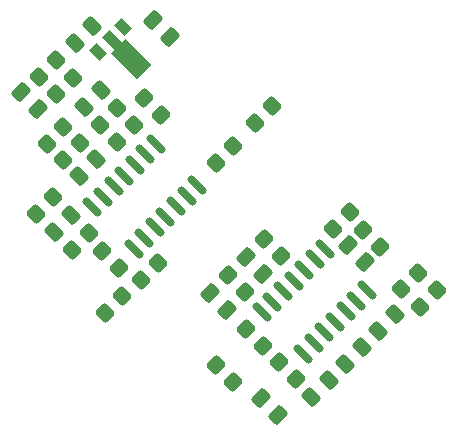
<source format=gbp>
G04 #@! TF.GenerationSoftware,KiCad,Pcbnew,(7.0.0)*
G04 #@! TF.CreationDate,2023-04-23T00:27:49-06:00*
G04 #@! TF.ProjectId,Fonocardiograma_V3A,466f6e6f-6361-4726-9469-6f6772616d61,rev?*
G04 #@! TF.SameCoordinates,Original*
G04 #@! TF.FileFunction,Paste,Bot*
G04 #@! TF.FilePolarity,Positive*
%FSLAX46Y46*%
G04 Gerber Fmt 4.6, Leading zero omitted, Abs format (unit mm)*
G04 Created by KiCad (PCBNEW (7.0.0)) date 2023-04-23 00:27:49*
%MOMM*%
%LPD*%
G01*
G04 APERTURE LIST*
G04 Aperture macros list*
%AMRoundRect*
0 Rectangle with rounded corners*
0 $1 Rounding radius*
0 $2 $3 $4 $5 $6 $7 $8 $9 X,Y pos of 4 corners*
0 Add a 4 corners polygon primitive as box body*
4,1,4,$2,$3,$4,$5,$6,$7,$8,$9,$2,$3,0*
0 Add four circle primitives for the rounded corners*
1,1,$1+$1,$2,$3*
1,1,$1+$1,$4,$5*
1,1,$1+$1,$6,$7*
1,1,$1+$1,$8,$9*
0 Add four rect primitives between the rounded corners*
20,1,$1+$1,$2,$3,$4,$5,0*
20,1,$1+$1,$4,$5,$6,$7,0*
20,1,$1+$1,$6,$7,$8,$9,0*
20,1,$1+$1,$8,$9,$2,$3,0*%
%AMRotRect*
0 Rectangle, with rotation*
0 The origin of the aperture is its center*
0 $1 length*
0 $2 width*
0 $3 Rotation angle, in degrees counterclockwise*
0 Add horizontal line*
21,1,$1,$2,0,0,$3*%
%AMFreePoly0*
4,1,9,3.862500,-0.866500,0.737500,-0.866500,0.737500,-0.450000,-0.737500,-0.450000,-0.737500,0.450000,0.737500,0.450000,0.737500,0.866500,3.862500,0.866500,3.862500,-0.866500,3.862500,-0.866500,$1*%
G04 Aperture macros list end*
%ADD10RoundRect,0.250000X-0.070711X0.565685X-0.565685X0.070711X0.070711X-0.565685X0.565685X-0.070711X0*%
%ADD11RoundRect,0.150000X-0.689429X0.477297X0.477297X-0.689429X0.689429X-0.477297X-0.477297X0.689429X0*%
%ADD12RoundRect,0.250000X0.574524X0.097227X0.097227X0.574524X-0.574524X-0.097227X-0.097227X-0.574524X0*%
%ADD13RoundRect,0.250000X0.070711X-0.565685X0.565685X-0.070711X-0.070711X0.565685X-0.565685X0.070711X0*%
%ADD14RoundRect,0.250000X-0.565685X-0.070711X-0.070711X-0.565685X0.565685X0.070711X0.070711X0.565685X0*%
%ADD15RoundRect,0.250000X0.097227X-0.574524X0.574524X-0.097227X-0.097227X0.574524X-0.574524X0.097227X0*%
%ADD16RoundRect,0.250000X0.565685X0.070711X0.070711X0.565685X-0.565685X-0.070711X-0.070711X-0.565685X0*%
%ADD17RoundRect,0.250000X-0.574524X-0.097227X-0.097227X-0.574524X0.574524X0.097227X0.097227X0.574524X0*%
%ADD18RoundRect,0.250000X-0.097227X0.574524X-0.574524X0.097227X0.097227X-0.574524X0.574524X-0.097227X0*%
%ADD19RotRect,1.300000X0.900000X315.000000*%
%ADD20FreePoly0,315.000000*%
G04 APERTURE END LIST*
D10*
X84671321Y-59690000D03*
X83257107Y-61104214D03*
D11*
X87123668Y-66475988D03*
X88021693Y-65577962D03*
X88919719Y-64679936D03*
X89817745Y-63781911D03*
X90715770Y-62883885D03*
X91613796Y-61985859D03*
X92511822Y-61087834D03*
X96012000Y-64588012D03*
X95113975Y-65486038D03*
X94215949Y-66384064D03*
X93317923Y-67282089D03*
X92419898Y-68180115D03*
X91521872Y-69078141D03*
X90623846Y-69976166D03*
D12*
X110207623Y-71091623D03*
X108740377Y-69624377D03*
X82521623Y-58137623D03*
X81054377Y-56670377D03*
D13*
X100930109Y-59343891D03*
X102344323Y-57929677D03*
D14*
X91494893Y-57204893D03*
X92909107Y-58619107D03*
D15*
X86007377Y-63852623D03*
X87474623Y-62385377D03*
D14*
X110036893Y-68380893D03*
X111451107Y-69795107D03*
D10*
X116277107Y-73460893D03*
X114862893Y-74875107D03*
D12*
X93697623Y-52041623D03*
X92230377Y-50574377D03*
D10*
X114698214Y-71991786D03*
X113284000Y-73406000D03*
D14*
X98606893Y-72190893D03*
X100021107Y-73605107D03*
D16*
X99005107Y-81225107D03*
X97590893Y-79810893D03*
D17*
X97056377Y-73688377D03*
X98523623Y-75155623D03*
D18*
X87855623Y-56543377D03*
X86388377Y-58010623D03*
D15*
X85626377Y-52549623D03*
X87093623Y-51082377D03*
D16*
X89353107Y-71573107D03*
X87938893Y-70158893D03*
D11*
X101473834Y-75365988D03*
X102371859Y-74467962D03*
X103269885Y-73569936D03*
X104167911Y-72671911D03*
X105065936Y-71773885D03*
X105963962Y-70875859D03*
X106861988Y-69977834D03*
X110362166Y-73478012D03*
X109464141Y-74376038D03*
X108566115Y-75274064D03*
X107668089Y-76172089D03*
X106770064Y-77070115D03*
X105872038Y-77968141D03*
X104974012Y-78866166D03*
D10*
X99005107Y-61268893D03*
X97590893Y-62683107D03*
D13*
X85398893Y-70049107D03*
X86813107Y-68634893D03*
D10*
X89607107Y-73968893D03*
X88192893Y-75383107D03*
D13*
X84636893Y-62429107D03*
X86051107Y-61014893D03*
D16*
X103069107Y-70557107D03*
X101654893Y-69142893D03*
D10*
X108911107Y-66856893D03*
X107496893Y-68271107D03*
X89226107Y-58093893D03*
X87811893Y-59508107D03*
D14*
X100130893Y-76762893D03*
X101545107Y-78177107D03*
D13*
X89208893Y-60905107D03*
X90623107Y-59490893D03*
D10*
X92655107Y-71174893D03*
X91240893Y-72589107D03*
D17*
X100104377Y-70640377D03*
X101571623Y-72107623D03*
D19*
X87629999Y-53339999D03*
D20*
X88752532Y-52341212D03*
D19*
X89751319Y-51218679D03*
D15*
X83848377Y-68551623D03*
X85315623Y-67084377D03*
D10*
X85488214Y-55481786D03*
X84074000Y-56896000D03*
D14*
X102924893Y-79556893D03*
X104339107Y-80971107D03*
D15*
X105664000Y-82550000D03*
X107131246Y-81082754D03*
D17*
X101374377Y-82578377D03*
X102841623Y-84045623D03*
D10*
X83765107Y-65586893D03*
X82350893Y-67001107D03*
D13*
X82604893Y-55444107D03*
X84019107Y-54029893D03*
D18*
X112747623Y-75466377D03*
X111280377Y-76933623D03*
X109953623Y-78260377D03*
X108486377Y-79727623D03*
M02*

</source>
